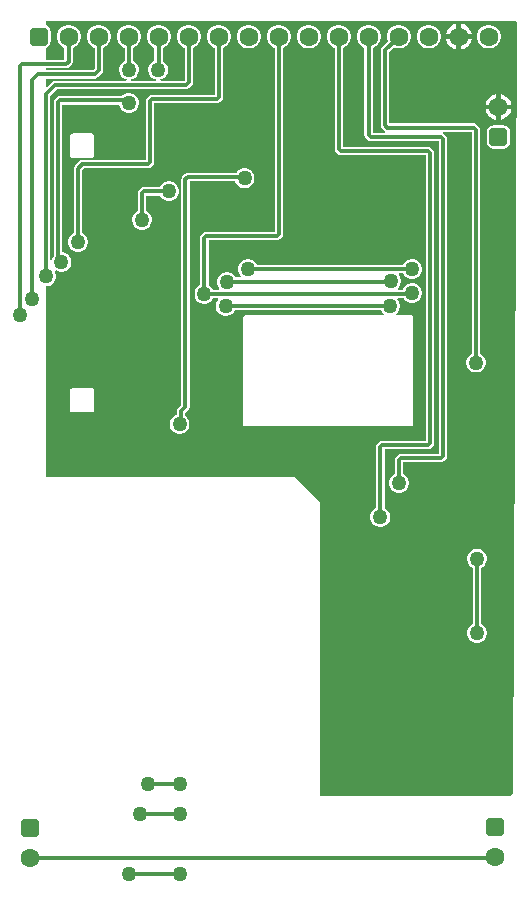
<source format=gtl>
G04*
G04 #@! TF.GenerationSoftware,Altium Limited,Altium Designer,25.2.1 (25)*
G04*
G04 Layer_Physical_Order=1*
G04 Layer_Color=255*
%FSLAX45Y45*%
%MOMM*%
G71*
G04*
G04 #@! TF.SameCoordinates,CBFBDC55-191E-4970-A60F-4FA5A60A4AEF*
G04*
G04*
G04 #@! TF.FilePolarity,Positive*
G04*
G01*
G75*
%ADD17C,0.30000*%
G04:AMPARAMS|DCode=18|XSize=1.6mm|YSize=1.6mm|CornerRadius=0.4mm|HoleSize=0mm|Usage=FLASHONLY|Rotation=90.000|XOffset=0mm|YOffset=0mm|HoleType=Round|Shape=RoundedRectangle|*
%AMROUNDEDRECTD18*
21,1,1.60000,0.80000,0,0,90.0*
21,1,0.80000,1.60000,0,0,90.0*
1,1,0.80000,0.40000,0.40000*
1,1,0.80000,0.40000,-0.40000*
1,1,0.80000,-0.40000,-0.40000*
1,1,0.80000,-0.40000,0.40000*
%
%ADD18ROUNDEDRECTD18*%
%ADD19C,1.60000*%
G04:AMPARAMS|DCode=20|XSize=1.6mm|YSize=1.6mm|CornerRadius=0.4mm|HoleSize=0mm|Usage=FLASHONLY|Rotation=0.000|XOffset=0mm|YOffset=0mm|HoleType=Round|Shape=RoundedRectangle|*
%AMROUNDEDRECTD20*
21,1,1.60000,0.80000,0,0,0.0*
21,1,0.80000,1.60000,0,0,0.0*
1,1,0.80000,0.40000,-0.40000*
1,1,0.80000,-0.40000,-0.40000*
1,1,0.80000,-0.40000,0.40000*
1,1,0.80000,0.40000,0.40000*
%
%ADD20ROUNDEDRECTD20*%
%ADD21C,1.27000*%
G36*
X4299945Y7600992D02*
X4260000Y1070000D01*
X4240000Y1050000D01*
X2630000D01*
Y3540000D01*
X2420000Y3750000D01*
X310000D01*
Y5366500D01*
X320993D01*
X342230Y5372190D01*
X361270Y5383183D01*
X376817Y5398730D01*
X387809Y5417770D01*
X393500Y5439007D01*
Y5460993D01*
X387809Y5482230D01*
X381258Y5493578D01*
X382061Y5494611D01*
X391200Y5501757D01*
X407770Y5492190D01*
X429007Y5486500D01*
X450993D01*
X472230Y5492190D01*
X491270Y5503183D01*
X506817Y5518730D01*
X517809Y5537770D01*
X523500Y5559007D01*
Y5580993D01*
X517809Y5602230D01*
X506817Y5621270D01*
X491270Y5636817D01*
X472230Y5647810D01*
X450993Y5653500D01*
X445686D01*
Y6904315D01*
X927757D01*
X932190Y6887770D01*
X943183Y6868730D01*
X958730Y6853183D01*
X977770Y6842190D01*
X999007Y6836500D01*
X1020993D01*
X1042230Y6842190D01*
X1061270Y6853183D01*
X1076817Y6868730D01*
X1087810Y6887770D01*
X1093500Y6909007D01*
Y6930993D01*
X1087810Y6952230D01*
X1076817Y6971270D01*
X1061270Y6986817D01*
X1042230Y6997809D01*
X1020993Y7003500D01*
X999007D01*
X977770Y6997809D01*
X958730Y6986817D01*
X947599Y6975686D01*
X427574D01*
X413917Y6972970D01*
X402340Y6965234D01*
X384766Y6947660D01*
X377031Y6936083D01*
X374314Y6922427D01*
Y5626248D01*
X374953Y5623040D01*
X373183Y5621270D01*
X362190Y5602230D01*
X358386Y5588031D01*
X345686Y5589703D01*
Y6977645D01*
X402355Y7034314D01*
X1492426D01*
X1506083Y7037031D01*
X1517660Y7044766D01*
X1543234Y7070340D01*
X1550969Y7081918D01*
X1553686Y7095574D01*
Y7386035D01*
X1556598Y7386815D01*
X1579401Y7399980D01*
X1598020Y7418599D01*
X1611185Y7441402D01*
X1618000Y7466835D01*
Y7493165D01*
X1611185Y7518598D01*
X1598020Y7541401D01*
X1579401Y7560020D01*
X1556598Y7573185D01*
X1531165Y7580000D01*
X1504835D01*
X1479402Y7573185D01*
X1456599Y7560020D01*
X1437980Y7541401D01*
X1424815Y7518598D01*
X1418000Y7493165D01*
Y7466835D01*
X1424815Y7441402D01*
X1437980Y7418599D01*
X1456599Y7399980D01*
X1479402Y7386815D01*
X1482314Y7386035D01*
Y7110355D01*
X1477645Y7105686D01*
X1279703D01*
X1278031Y7118386D01*
X1292230Y7122190D01*
X1311270Y7133183D01*
X1326817Y7148730D01*
X1337810Y7167770D01*
X1343500Y7189007D01*
Y7210993D01*
X1337810Y7232230D01*
X1326817Y7251270D01*
X1311270Y7266817D01*
X1297686Y7274660D01*
Y7385499D01*
X1302598Y7386815D01*
X1325401Y7399980D01*
X1344020Y7418599D01*
X1357185Y7441402D01*
X1364000Y7466835D01*
Y7493165D01*
X1357185Y7518598D01*
X1344020Y7541401D01*
X1325401Y7560020D01*
X1302598Y7573185D01*
X1277165Y7580000D01*
X1250835D01*
X1225402Y7573185D01*
X1202599Y7560020D01*
X1183980Y7541401D01*
X1170815Y7518598D01*
X1164000Y7493165D01*
Y7466835D01*
X1170815Y7441402D01*
X1183980Y7418599D01*
X1202599Y7399980D01*
X1225402Y7386815D01*
X1226314Y7386570D01*
Y7276969D01*
X1208730Y7266817D01*
X1193183Y7251270D01*
X1182190Y7232230D01*
X1176500Y7210993D01*
Y7189007D01*
X1182190Y7167770D01*
X1193183Y7148730D01*
X1208730Y7133183D01*
X1227770Y7122190D01*
X1241969Y7118386D01*
X1240297Y7105686D01*
X1029703D01*
X1028031Y7118386D01*
X1042230Y7122190D01*
X1061270Y7133183D01*
X1076817Y7148730D01*
X1087810Y7167770D01*
X1093500Y7189007D01*
Y7210993D01*
X1087810Y7232230D01*
X1076817Y7251270D01*
X1061270Y7266817D01*
X1045686Y7275815D01*
Y7386035D01*
X1048598Y7386815D01*
X1071401Y7399980D01*
X1090020Y7418599D01*
X1103185Y7441402D01*
X1110000Y7466835D01*
Y7493165D01*
X1103185Y7518598D01*
X1090020Y7541401D01*
X1071401Y7560020D01*
X1048598Y7573185D01*
X1023165Y7580000D01*
X996835D01*
X971402Y7573185D01*
X948599Y7560020D01*
X929980Y7541401D01*
X916815Y7518598D01*
X910000Y7493165D01*
Y7466835D01*
X916815Y7441402D01*
X929980Y7418599D01*
X948599Y7399980D01*
X971402Y7386815D01*
X974314Y7386035D01*
Y7275815D01*
X958730Y7266817D01*
X943183Y7251270D01*
X932190Y7232230D01*
X926500Y7210993D01*
Y7189007D01*
X932190Y7167770D01*
X943183Y7148730D01*
X958730Y7133183D01*
X977770Y7122190D01*
X991969Y7118386D01*
X990297Y7105686D01*
X387574D01*
X373917Y7102969D01*
X362340Y7095234D01*
X321733Y7054627D01*
X310000Y7059487D01*
Y7124314D01*
X722426D01*
X736083Y7127031D01*
X747660Y7134766D01*
X781234Y7168340D01*
X788969Y7179917D01*
X791686Y7193574D01*
Y7386035D01*
X794598Y7386815D01*
X817401Y7399980D01*
X836020Y7418599D01*
X849185Y7441402D01*
X856000Y7466835D01*
Y7493165D01*
X849185Y7518598D01*
X836020Y7541401D01*
X817401Y7560020D01*
X794598Y7573185D01*
X769165Y7580000D01*
X742835D01*
X717402Y7573185D01*
X694599Y7560020D01*
X675980Y7541401D01*
X662815Y7518598D01*
X656000Y7493165D01*
Y7466835D01*
X662815Y7441402D01*
X675980Y7418599D01*
X694599Y7399980D01*
X717402Y7386815D01*
X720314Y7386035D01*
Y7208355D01*
X707645Y7195686D01*
X310000D01*
Y7214314D01*
X482426D01*
X496083Y7217031D01*
X507660Y7224766D01*
X525234Y7242340D01*
X532969Y7253917D01*
X535686Y7267574D01*
Y7385499D01*
X540598Y7386815D01*
X563401Y7399980D01*
X582020Y7418599D01*
X595185Y7441402D01*
X602000Y7466835D01*
Y7493165D01*
X595185Y7518598D01*
X582020Y7541401D01*
X563401Y7560020D01*
X540598Y7573185D01*
X515165Y7580000D01*
X488835D01*
X463402Y7573185D01*
X440599Y7560020D01*
X421980Y7541401D01*
X408815Y7518598D01*
X402000Y7493165D01*
Y7466835D01*
X408815Y7441402D01*
X421980Y7418599D01*
X440599Y7399980D01*
X463402Y7386815D01*
X464314Y7386570D01*
Y7285686D01*
X310000D01*
Y7383201D01*
X311411Y7383481D01*
X331257Y7396743D01*
X344519Y7416589D01*
X349175Y7440000D01*
Y7520000D01*
X344519Y7543411D01*
X331257Y7563257D01*
X311411Y7576519D01*
X310000Y7576799D01*
Y7610000D01*
X4290993D01*
X4299945Y7600992D01*
D02*
G37*
%LPC*%
G36*
X3824000Y7588521D02*
Y7500000D01*
X3912521D01*
X3906503Y7522458D01*
X3892022Y7547541D01*
X3871541Y7568022D01*
X3846458Y7582504D01*
X3824000Y7588521D01*
D02*
G37*
G36*
X3784000D02*
X3761542Y7582504D01*
X3736459Y7568022D01*
X3715978Y7547541D01*
X3701497Y7522458D01*
X3695479Y7500000D01*
X3784000D01*
Y7588521D01*
D02*
G37*
G36*
X4071165Y7580000D02*
X4044835D01*
X4019402Y7573185D01*
X3996599Y7560020D01*
X3977980Y7541401D01*
X3964815Y7518598D01*
X3958000Y7493165D01*
Y7466835D01*
X3964815Y7441402D01*
X3977980Y7418599D01*
X3996599Y7399980D01*
X4019402Y7386815D01*
X4044835Y7380000D01*
X4071165D01*
X4096598Y7386815D01*
X4119401Y7399980D01*
X4138020Y7418599D01*
X4151185Y7441402D01*
X4158000Y7466835D01*
Y7493165D01*
X4151185Y7518598D01*
X4138020Y7541401D01*
X4119401Y7560020D01*
X4096598Y7573185D01*
X4071165Y7580000D01*
D02*
G37*
G36*
X3563165D02*
X3536835D01*
X3511402Y7573185D01*
X3488599Y7560020D01*
X3469980Y7541401D01*
X3456815Y7518598D01*
X3450000Y7493165D01*
Y7466835D01*
X3456815Y7441402D01*
X3469980Y7418599D01*
X3488599Y7399980D01*
X3511402Y7386815D01*
X3536835Y7380000D01*
X3563165D01*
X3588598Y7386815D01*
X3611401Y7399980D01*
X3630020Y7418599D01*
X3643185Y7441402D01*
X3650000Y7466835D01*
Y7493165D01*
X3643185Y7518598D01*
X3630020Y7541401D01*
X3611401Y7560020D01*
X3588598Y7573185D01*
X3563165Y7580000D01*
D02*
G37*
G36*
X2547165D02*
X2520835D01*
X2495402Y7573185D01*
X2472599Y7560020D01*
X2453980Y7541401D01*
X2440815Y7518598D01*
X2434000Y7493165D01*
Y7466835D01*
X2440815Y7441402D01*
X2453980Y7418599D01*
X2472599Y7399980D01*
X2495402Y7386815D01*
X2520835Y7380000D01*
X2547165D01*
X2572598Y7386815D01*
X2595401Y7399980D01*
X2614020Y7418599D01*
X2627185Y7441402D01*
X2634000Y7466835D01*
Y7493165D01*
X2627185Y7518598D01*
X2614020Y7541401D01*
X2595401Y7560020D01*
X2572598Y7573185D01*
X2547165Y7580000D01*
D02*
G37*
G36*
X2039165D02*
X2012835D01*
X1987402Y7573185D01*
X1964599Y7560020D01*
X1945980Y7541401D01*
X1932815Y7518598D01*
X1926000Y7493165D01*
Y7466835D01*
X1932815Y7441402D01*
X1945980Y7418599D01*
X1964599Y7399980D01*
X1987402Y7386815D01*
X2012835Y7380000D01*
X2039165D01*
X2064598Y7386815D01*
X2087401Y7399980D01*
X2106020Y7418599D01*
X2119185Y7441402D01*
X2126000Y7466835D01*
Y7493165D01*
X2119185Y7518598D01*
X2106020Y7541401D01*
X2087401Y7560020D01*
X2064598Y7573185D01*
X2039165Y7580000D01*
D02*
G37*
G36*
X3912521Y7460000D02*
X3824000D01*
Y7371479D01*
X3846458Y7377497D01*
X3871541Y7391978D01*
X3892022Y7412459D01*
X3906503Y7437542D01*
X3912521Y7460000D01*
D02*
G37*
G36*
X3784000D02*
X3695479D01*
X3701497Y7437542D01*
X3715978Y7412459D01*
X3736459Y7391978D01*
X3761542Y7377497D01*
X3784000Y7371479D01*
Y7460000D01*
D02*
G37*
G36*
X4160000Y6992521D02*
Y6904001D01*
X4248521D01*
X4242504Y6926458D01*
X4228022Y6951541D01*
X4207541Y6972022D01*
X4182458Y6986503D01*
X4160000Y6992521D01*
D02*
G37*
G36*
X4120000Y6992521D02*
X4097542Y6986503D01*
X4072459Y6972022D01*
X4051978Y6951541D01*
X4037497Y6926458D01*
X4031479Y6904001D01*
X4120000D01*
Y6992521D01*
D02*
G37*
G36*
Y6864002D02*
X4031479D01*
X4037497Y6841542D01*
X4051978Y6816459D01*
X4072459Y6795978D01*
X4097542Y6781496D01*
X4120000Y6775479D01*
Y6864002D01*
D02*
G37*
G36*
X4248522D02*
X4160000D01*
Y6775479D01*
X4182458Y6781496D01*
X4207541Y6795978D01*
X4228022Y6816459D01*
X4242504Y6841542D01*
X4248522Y6864002D01*
D02*
G37*
G36*
X3309165Y7580000D02*
X3282835D01*
X3257402Y7573185D01*
X3234599Y7560020D01*
X3215980Y7541401D01*
X3202815Y7518598D01*
X3196000Y7493165D01*
Y7466835D01*
X3202815Y7441402D01*
X3204323Y7438790D01*
X3154766Y7389234D01*
X3147031Y7377656D01*
X3144314Y7364000D01*
Y6727574D01*
X3147031Y6713917D01*
X3154766Y6702340D01*
X3172340Y6684766D01*
X3181889Y6678386D01*
X3181124Y6669377D01*
X3179777Y6665686D01*
X3075686D01*
Y7385499D01*
X3080598Y7386815D01*
X3103401Y7399980D01*
X3122020Y7418599D01*
X3135185Y7441402D01*
X3142000Y7466835D01*
Y7493165D01*
X3135185Y7518598D01*
X3122020Y7541401D01*
X3103401Y7560020D01*
X3080598Y7573185D01*
X3055165Y7580000D01*
X3028835D01*
X3003402Y7573185D01*
X2980599Y7560020D01*
X2961980Y7541401D01*
X2948815Y7518598D01*
X2942000Y7493165D01*
Y7466835D01*
X2948815Y7441402D01*
X2961980Y7418599D01*
X2980599Y7399980D01*
X3003402Y7386815D01*
X3004314Y7386570D01*
Y6647574D01*
X3007031Y6633917D01*
X3014766Y6622340D01*
X3032340Y6604766D01*
X3043917Y6597031D01*
X3057574Y6594314D01*
X3634314D01*
Y3945686D01*
X3317574D01*
X3303917Y3942969D01*
X3292340Y3935234D01*
X3274766Y3917660D01*
X3267031Y3906083D01*
X3264314Y3892426D01*
Y3775814D01*
X3248730Y3766817D01*
X3233183Y3751270D01*
X3222190Y3732230D01*
X3216500Y3710993D01*
Y3689007D01*
X3222190Y3667770D01*
X3233183Y3648730D01*
X3248730Y3633183D01*
X3267770Y3622190D01*
X3289007Y3616500D01*
X3310993D01*
X3332230Y3622190D01*
X3351270Y3633183D01*
X3366817Y3648730D01*
X3377810Y3667770D01*
X3383500Y3689007D01*
Y3710993D01*
X3377810Y3732230D01*
X3366817Y3751270D01*
X3351270Y3766817D01*
X3335686Y3775814D01*
Y3874314D01*
X3652426D01*
X3666083Y3877031D01*
X3677660Y3884766D01*
X3695234Y3902340D01*
X3702969Y3913917D01*
X3705686Y3927574D01*
Y6612426D01*
X3702969Y6626083D01*
X3695234Y6637660D01*
X3677660Y6655234D01*
X3668111Y6661614D01*
X3668876Y6670623D01*
X3670223Y6674314D01*
X3914314D01*
Y4795814D01*
X3898730Y4786817D01*
X3883183Y4771270D01*
X3872190Y4752230D01*
X3866500Y4730993D01*
Y4709007D01*
X3872190Y4687770D01*
X3883183Y4668730D01*
X3898730Y4653183D01*
X3917770Y4642190D01*
X3939007Y4636500D01*
X3960993D01*
X3982230Y4642190D01*
X4001270Y4653183D01*
X4016817Y4668730D01*
X4027810Y4687770D01*
X4033500Y4709007D01*
Y4730993D01*
X4027810Y4752230D01*
X4016817Y4771270D01*
X4001270Y4786817D01*
X3985686Y4795814D01*
Y6692426D01*
X3982969Y6706083D01*
X3975234Y6717660D01*
X3957660Y6735234D01*
X3946083Y6742969D01*
X3932426Y6745686D01*
X3215686D01*
Y7349218D01*
X3254790Y7388323D01*
X3257402Y7386815D01*
X3282835Y7380000D01*
X3309165D01*
X3334598Y7386815D01*
X3357401Y7399980D01*
X3376020Y7418599D01*
X3389185Y7441402D01*
X3396000Y7466835D01*
Y7493165D01*
X3389185Y7518598D01*
X3376020Y7541401D01*
X3357401Y7560020D01*
X3334598Y7573185D01*
X3309165Y7580000D01*
D02*
G37*
G36*
X4180000Y6731175D02*
X4100000D01*
X4076589Y6726519D01*
X4056743Y6713257D01*
X4043481Y6693411D01*
X4038825Y6670000D01*
Y6590000D01*
X4043481Y6566589D01*
X4056743Y6546743D01*
X4076589Y6533481D01*
X4100000Y6528825D01*
X4180000D01*
X4203411Y6533481D01*
X4223257Y6546743D01*
X4236519Y6566589D01*
X4241175Y6590000D01*
Y6670000D01*
X4236519Y6693411D01*
X4223257Y6713257D01*
X4203411Y6726519D01*
X4180000Y6731175D01*
D02*
G37*
G36*
X695000Y6660383D02*
X535000D01*
X527197Y6658831D01*
X520581Y6654411D01*
X516161Y6647795D01*
X514608Y6639992D01*
Y6474992D01*
X516161Y6467188D01*
X520581Y6460572D01*
X527197Y6456152D01*
X535000Y6454600D01*
X695000D01*
X702804Y6456152D01*
X709419Y6460572D01*
X713840Y6467188D01*
X715392Y6474992D01*
Y6639992D01*
X713840Y6647795D01*
X709419Y6654411D01*
X702804Y6658831D01*
X695000Y6660383D01*
D02*
G37*
G36*
X2000993Y6363500D02*
X1979007D01*
X1957770Y6357809D01*
X1938730Y6346817D01*
X1923183Y6331270D01*
X1919959Y6325686D01*
X1507574D01*
X1493918Y6322969D01*
X1482340Y6315234D01*
X1464766Y6297660D01*
X1457031Y6286083D01*
X1454314Y6272426D01*
Y4359032D01*
X1429016Y4333734D01*
X1421280Y4322156D01*
X1418564Y4308500D01*
Y4280702D01*
X1407770Y4277810D01*
X1388730Y4266817D01*
X1373183Y4251270D01*
X1362190Y4232230D01*
X1356500Y4210993D01*
Y4189007D01*
X1362190Y4167770D01*
X1373183Y4148730D01*
X1388730Y4133183D01*
X1407770Y4122190D01*
X1429007Y4116500D01*
X1450993D01*
X1472230Y4122190D01*
X1491270Y4133183D01*
X1506817Y4148730D01*
X1517810Y4167770D01*
X1523500Y4189007D01*
Y4210993D01*
X1517810Y4232230D01*
X1506817Y4251270D01*
X1491270Y4266817D01*
X1489935Y4267587D01*
Y4293718D01*
X1515234Y4319017D01*
X1522969Y4330594D01*
X1525686Y4344250D01*
Y6254314D01*
X1910437D01*
X1912190Y6247770D01*
X1923183Y6228730D01*
X1938730Y6213183D01*
X1957770Y6202190D01*
X1979007Y6196500D01*
X2000993D01*
X2022230Y6202190D01*
X2041270Y6213183D01*
X2056817Y6228730D01*
X2067810Y6247770D01*
X2073500Y6269007D01*
Y6290993D01*
X2067810Y6312230D01*
X2056817Y6331270D01*
X2041270Y6346817D01*
X2022230Y6357809D01*
X2000993Y6363500D01*
D02*
G37*
G36*
X1360993Y6253500D02*
X1339007D01*
X1317770Y6247810D01*
X1298730Y6236817D01*
X1283183Y6221270D01*
X1274186Y6205686D01*
X1137574D01*
X1123917Y6202969D01*
X1112340Y6195234D01*
X1094766Y6177660D01*
X1087031Y6166083D01*
X1084314Y6152426D01*
Y6005815D01*
X1068730Y5996817D01*
X1053183Y5981270D01*
X1042190Y5962230D01*
X1036500Y5940993D01*
Y5919007D01*
X1042190Y5897770D01*
X1053183Y5878730D01*
X1068730Y5863183D01*
X1087770Y5852190D01*
X1109007Y5846500D01*
X1130993D01*
X1152230Y5852190D01*
X1171270Y5863183D01*
X1186817Y5878730D01*
X1197810Y5897770D01*
X1203500Y5919007D01*
Y5940993D01*
X1197810Y5962230D01*
X1186817Y5981270D01*
X1171270Y5996817D01*
X1155686Y6005815D01*
Y6134314D01*
X1274186D01*
X1283183Y6118730D01*
X1298730Y6103183D01*
X1317770Y6092191D01*
X1339007Y6086500D01*
X1360993D01*
X1382230Y6092191D01*
X1401270Y6103183D01*
X1416817Y6118730D01*
X1427810Y6137770D01*
X1433500Y6159007D01*
Y6180993D01*
X1427810Y6202230D01*
X1416817Y6221270D01*
X1401270Y6236817D01*
X1382230Y6247810D01*
X1360993Y6253500D01*
D02*
G37*
G36*
X1785165Y7580000D02*
X1758835D01*
X1733402Y7573185D01*
X1710599Y7560020D01*
X1691980Y7541401D01*
X1678815Y7518598D01*
X1672000Y7493165D01*
Y7466835D01*
X1678815Y7441402D01*
X1691980Y7418599D01*
X1710599Y7399980D01*
X1733402Y7386815D01*
X1736314Y7386035D01*
Y6985686D01*
X1207574D01*
X1193917Y6982969D01*
X1182340Y6975234D01*
X1164766Y6957660D01*
X1157031Y6946083D01*
X1154314Y6932426D01*
Y6435686D01*
X617574D01*
X603917Y6432969D01*
X592340Y6425234D01*
X554766Y6387660D01*
X547031Y6376083D01*
X544314Y6362426D01*
Y5815814D01*
X528730Y5806817D01*
X513183Y5791270D01*
X502191Y5772230D01*
X496500Y5750993D01*
Y5729007D01*
X502191Y5707770D01*
X513183Y5688730D01*
X528730Y5673183D01*
X547770Y5662190D01*
X569007Y5656500D01*
X590993D01*
X612230Y5662190D01*
X631270Y5673183D01*
X646817Y5688730D01*
X657810Y5707770D01*
X663500Y5729007D01*
Y5750993D01*
X657810Y5772230D01*
X646817Y5791270D01*
X631270Y5806817D01*
X615686Y5815814D01*
Y6347645D01*
X632355Y6364314D01*
X1172426D01*
X1186082Y6367031D01*
X1197660Y6374766D01*
X1215234Y6392340D01*
X1222969Y6403917D01*
X1225686Y6417574D01*
Y6914314D01*
X1754426D01*
X1768083Y6917031D01*
X1779660Y6924766D01*
X1797234Y6942340D01*
X1804969Y6953918D01*
X1807686Y6967574D01*
Y7386035D01*
X1810598Y7386815D01*
X1833401Y7399980D01*
X1852020Y7418599D01*
X1865185Y7441402D01*
X1872000Y7466835D01*
Y7493165D01*
X1865185Y7518598D01*
X1852020Y7541401D01*
X1833401Y7560020D01*
X1810598Y7573185D01*
X1785165Y7580000D01*
D02*
G37*
G36*
X2293165D02*
X2266835D01*
X2241402Y7573185D01*
X2218599Y7560020D01*
X2199980Y7541401D01*
X2186815Y7518598D01*
X2180000Y7493165D01*
Y7466835D01*
X2186815Y7441402D01*
X2199980Y7418599D01*
X2218599Y7399980D01*
X2241402Y7386815D01*
X2244314Y7386035D01*
Y5825686D01*
X1667574D01*
X1653917Y5822969D01*
X1642340Y5815234D01*
X1624766Y5797660D01*
X1617031Y5786083D01*
X1614314Y5772426D01*
Y5375814D01*
X1598730Y5366817D01*
X1583183Y5351270D01*
X1572190Y5332230D01*
X1566500Y5310993D01*
Y5289007D01*
X1572190Y5267770D01*
X1583183Y5248730D01*
X1598730Y5233183D01*
X1617770Y5222190D01*
X1639007Y5216500D01*
X1660993D01*
X1682230Y5222190D01*
X1701270Y5233183D01*
X1716817Y5248730D01*
X1726680Y5265814D01*
X1761134D01*
X1765994Y5254081D01*
X1763183Y5251270D01*
X1752190Y5232230D01*
X1746500Y5210993D01*
Y5189007D01*
X1752190Y5167770D01*
X1763183Y5148730D01*
X1778730Y5133183D01*
X1797770Y5122190D01*
X1819007Y5116500D01*
X1840993D01*
X1862230Y5122190D01*
X1881270Y5133183D01*
X1896817Y5148730D01*
X1905814Y5164314D01*
X3144185D01*
X3153183Y5148730D01*
X3168730Y5133183D01*
X3168888Y5133092D01*
X3165485Y5120392D01*
X2000000D01*
X1992196Y5118840D01*
X1985580Y5114419D01*
X1981160Y5107804D01*
X1979608Y5100000D01*
Y4200000D01*
X1981160Y4192196D01*
X1985580Y4185581D01*
X1992196Y4181160D01*
X2000000Y4179608D01*
X3400000D01*
X3407804Y4181160D01*
X3414419Y4185581D01*
X3418840Y4192196D01*
X3420392Y4200000D01*
Y5100000D01*
X3418840Y5107804D01*
X3414419Y5114419D01*
X3407804Y5118840D01*
X3400000Y5120392D01*
X3274515D01*
X3271112Y5133092D01*
X3271270Y5133183D01*
X3286817Y5148730D01*
X3297810Y5167770D01*
X3303500Y5189007D01*
Y5210993D01*
X3297810Y5232230D01*
X3286817Y5251270D01*
X3284006Y5254081D01*
X3288866Y5265814D01*
X3339093D01*
X3343183Y5258730D01*
X3358730Y5243183D01*
X3377770Y5232190D01*
X3399007Y5226500D01*
X3420993D01*
X3442230Y5232190D01*
X3461270Y5243183D01*
X3476817Y5258730D01*
X3487810Y5277770D01*
X3493500Y5299007D01*
Y5320993D01*
X3487810Y5342230D01*
X3476817Y5361270D01*
X3461270Y5376817D01*
X3442230Y5387810D01*
X3420993Y5393500D01*
X3399007D01*
X3377770Y5387810D01*
X3358730Y5376817D01*
X3343183Y5361270D01*
X3332190Y5342230D01*
X3330839Y5337186D01*
X3293233D01*
X3287973Y5349886D01*
X3296817Y5358730D01*
X3307809Y5377770D01*
X3313500Y5399007D01*
Y5420993D01*
X3307809Y5442230D01*
X3296817Y5461270D01*
X3295506Y5462581D01*
X3300366Y5474314D01*
X3334186D01*
X3343183Y5458730D01*
X3358730Y5443183D01*
X3377770Y5432190D01*
X3399007Y5426500D01*
X3420993D01*
X3442230Y5432190D01*
X3461270Y5443183D01*
X3476817Y5458730D01*
X3487810Y5477770D01*
X3493500Y5499007D01*
Y5520993D01*
X3487810Y5542230D01*
X3476817Y5561270D01*
X3461270Y5576817D01*
X3442230Y5587809D01*
X3420993Y5593500D01*
X3399007D01*
X3377770Y5587809D01*
X3358730Y5576817D01*
X3343183Y5561270D01*
X3334186Y5545686D01*
X2095814D01*
X2086817Y5561270D01*
X2071270Y5576817D01*
X2052230Y5587809D01*
X2030993Y5593500D01*
X2009007D01*
X1987770Y5587809D01*
X1968730Y5576817D01*
X1953183Y5561270D01*
X1942190Y5542230D01*
X1936500Y5520993D01*
Y5499007D01*
X1942190Y5477770D01*
X1953183Y5458730D01*
X1958527Y5453386D01*
X1953267Y5440686D01*
X1912928D01*
X1906817Y5451270D01*
X1891270Y5466817D01*
X1872230Y5477810D01*
X1850993Y5483500D01*
X1829007D01*
X1807770Y5477810D01*
X1788730Y5466817D01*
X1773183Y5451270D01*
X1762190Y5432230D01*
X1756500Y5410993D01*
Y5389007D01*
X1762190Y5367770D01*
X1772516Y5349886D01*
X1770112Y5341315D01*
X1768401Y5337186D01*
X1724948D01*
X1716817Y5351270D01*
X1701270Y5366817D01*
X1685686Y5375814D01*
Y5754314D01*
X2262426D01*
X2276083Y5757031D01*
X2287660Y5764766D01*
X2305234Y5782340D01*
X2312969Y5793918D01*
X2315686Y5807574D01*
Y7386035D01*
X2318598Y7386815D01*
X2341401Y7399980D01*
X2360020Y7418599D01*
X2373185Y7441402D01*
X2380000Y7466835D01*
Y7493165D01*
X2373185Y7518598D01*
X2360020Y7541401D01*
X2341401Y7560020D01*
X2318598Y7573185D01*
X2293165Y7580000D01*
D02*
G37*
G36*
X695000Y4505384D02*
X535000D01*
X527197Y4503832D01*
X520581Y4499411D01*
X516161Y4492796D01*
X514609Y4484992D01*
Y4319992D01*
X516161Y4312188D01*
X520581Y4305573D01*
X527197Y4301152D01*
X535000Y4299600D01*
X695000D01*
X702804Y4301152D01*
X709420Y4305573D01*
X713840Y4312188D01*
X715392Y4319992D01*
Y4484992D01*
X713840Y4492796D01*
X709420Y4499411D01*
X702804Y4503832D01*
X695000Y4505384D01*
D02*
G37*
G36*
X2801165Y7580000D02*
X2774835D01*
X2749402Y7573185D01*
X2726599Y7560020D01*
X2707980Y7541401D01*
X2694815Y7518598D01*
X2688000Y7493165D01*
Y7466835D01*
X2694815Y7441402D01*
X2707980Y7418599D01*
X2726599Y7399980D01*
X2749402Y7386815D01*
X2754314Y7385499D01*
Y6527574D01*
X2757031Y6513917D01*
X2764766Y6502340D01*
X2782340Y6484766D01*
X2793917Y6477031D01*
X2807574Y6474314D01*
X3524314D01*
Y4055686D01*
X3157574D01*
X3143918Y4052969D01*
X3132340Y4045234D01*
X3114766Y4027660D01*
X3107031Y4016083D01*
X3104314Y4002426D01*
Y3485814D01*
X3088730Y3476817D01*
X3073183Y3461270D01*
X3062190Y3442230D01*
X3056500Y3420993D01*
Y3399007D01*
X3062190Y3377770D01*
X3073183Y3358730D01*
X3088730Y3343183D01*
X3107770Y3332190D01*
X3129007Y3326500D01*
X3150993D01*
X3172230Y3332190D01*
X3191270Y3343183D01*
X3206817Y3358730D01*
X3217810Y3377770D01*
X3223500Y3399007D01*
Y3420993D01*
X3217810Y3442230D01*
X3206817Y3461270D01*
X3191270Y3476817D01*
X3175686Y3485814D01*
Y3984314D01*
X3542426D01*
X3556083Y3987031D01*
X3567660Y3994766D01*
X3585234Y4012340D01*
X3592969Y4023918D01*
X3595686Y4037574D01*
Y6492426D01*
X3592969Y6506082D01*
X3585234Y6517660D01*
X3567660Y6535234D01*
X3556083Y6542969D01*
X3542426Y6545686D01*
X2825686D01*
Y7386570D01*
X2826598Y7386815D01*
X2849401Y7399980D01*
X2868020Y7418599D01*
X2881185Y7441402D01*
X2888000Y7466835D01*
Y7493165D01*
X2881185Y7518598D01*
X2868020Y7541401D01*
X2849401Y7560020D01*
X2826598Y7573185D01*
X2801165Y7580000D01*
D02*
G37*
G36*
X3970993Y3143500D02*
X3949007D01*
X3927770Y3137810D01*
X3908730Y3126817D01*
X3893183Y3111270D01*
X3882190Y3092230D01*
X3876500Y3070993D01*
Y3049007D01*
X3882190Y3027770D01*
X3893183Y3008730D01*
X3908730Y2993183D01*
X3924314Y2984186D01*
Y2505814D01*
X3908730Y2496817D01*
X3893183Y2481270D01*
X3882190Y2462230D01*
X3876500Y2440993D01*
Y2419007D01*
X3882190Y2397770D01*
X3893183Y2378730D01*
X3908730Y2363183D01*
X3927770Y2352190D01*
X3949007Y2346500D01*
X3970993D01*
X3992230Y2352190D01*
X4011270Y2363183D01*
X4026817Y2378730D01*
X4037810Y2397770D01*
X4043500Y2419007D01*
Y2440993D01*
X4037810Y2462230D01*
X4026817Y2481270D01*
X4011270Y2496817D01*
X3995686Y2505814D01*
Y2984186D01*
X4011270Y2993183D01*
X4026817Y3008730D01*
X4037810Y3027770D01*
X4043500Y3049007D01*
Y3070993D01*
X4037810Y3092230D01*
X4026817Y3111270D01*
X4011270Y3126817D01*
X3992230Y3137810D01*
X3970993Y3143500D01*
D02*
G37*
%LPD*%
D17*
X3180000Y6727574D02*
X3197574Y6710000D01*
X3180000Y6727574D02*
Y7364000D01*
X3296000Y7480000D01*
X3197574Y6710000D02*
X3932426D01*
X440000Y5570000D02*
Y5596248D01*
X410000Y6922427D02*
X427574Y6940000D01*
X963751D02*
X983752Y6920000D01*
X410000Y5626248D02*
X440000Y5596248D01*
X410000Y5626248D02*
Y6922427D01*
X427574Y6940000D02*
X963751D01*
X983752Y6920000D02*
X1010000D01*
X617574Y6400000D02*
X1172426D01*
X580000Y6362426D02*
X617574Y6400000D01*
X1190000Y6417574D02*
Y6932426D01*
X1172426Y6400000D02*
X1190000Y6417574D01*
X580000Y5740000D02*
Y6362426D01*
X310000Y5450000D02*
Y6992426D01*
X387574Y7070000D01*
X190000Y7110000D02*
X240000Y7160000D01*
X190000Y5260000D02*
Y7110000D01*
X90000Y5120000D02*
Y7232426D01*
X107574Y7250000D01*
X1490000Y6272426D02*
X1507574Y6290000D01*
X1454250Y4308500D02*
X1490000Y4344250D01*
X1507574Y6290000D02*
X1980000D01*
X1490000Y4344250D02*
Y6272426D01*
X1454250Y4214250D02*
Y4308500D01*
X1440000Y4200000D02*
X1454250Y4214250D01*
X3960000Y2430000D02*
Y3060000D01*
X1980000Y6290000D02*
X1990000Y6280000D01*
X3408500Y5301500D02*
X3410000Y5300000D01*
X1650000Y5772426D02*
X1667574Y5790000D01*
X2262426D01*
X1845000Y5405000D02*
X3225000D01*
X1650000Y5300000D02*
Y5772426D01*
X1830000Y5200000D02*
X3220000D01*
X1650000Y5300000D02*
X1651500Y5301500D01*
X2020000Y5510000D02*
X3410000D01*
X1651500Y5301500D02*
X3408500D01*
X1840000Y5400000D02*
X1845000Y5405000D01*
X3225000D02*
X3230000Y5410000D01*
X3560000Y4037574D02*
Y6492426D01*
X3542426Y6510000D02*
X3560000Y6492426D01*
X3542426Y4020000D02*
X3560000Y4037574D01*
X3652426Y6630000D02*
X3670000Y6612426D01*
X3652426Y3910000D02*
X3670000Y3927574D01*
Y6612426D01*
X2807574Y6510000D02*
X3542426D01*
X3157574Y4020000D02*
X3542426D01*
X3057574Y6630000D02*
X3652426D01*
X3317574Y3910000D02*
X3652426D01*
X2262426Y5790000D02*
X2280000Y5807574D01*
Y7470000D01*
X1350000Y6170000D02*
X1360000D01*
X1137574D02*
X1350000D01*
X1120000Y5930000D02*
Y6152426D01*
X1137574Y6170000D01*
X1260000Y7480000D02*
X1262000Y7478000D01*
Y7202000D02*
Y7478000D01*
X1260000Y7200000D02*
X1262000Y7202000D01*
X1207574Y6950000D02*
X1754426D01*
X1772000Y6967574D02*
Y7480000D01*
X1754426Y6950000D02*
X1772000Y6967574D01*
X1190000Y6932426D02*
X1207574Y6950000D01*
X1010000Y7200000D02*
Y7480000D01*
X1518000Y7468000D02*
X1520000Y7470000D01*
X1492426Y7070000D02*
X1518000Y7095574D01*
X387574Y7070000D02*
X1492426D01*
X1518000Y7095574D02*
Y7468000D01*
X756000Y7466000D02*
X760000Y7470000D01*
X756000Y7193574D02*
Y7466000D01*
X240000Y7160000D02*
X722426D01*
X756000Y7193574D01*
X500000Y7267574D02*
Y7470000D01*
X482426Y7250000D02*
X500000Y7267574D01*
X107574Y7250000D02*
X482426D01*
X3040000Y6647574D02*
Y7480000D01*
Y6647574D02*
X3057574Y6630000D01*
X2790000Y6527574D02*
Y7470000D01*
Y6527574D02*
X2807574Y6510000D01*
X3140000Y4002426D02*
X3157574Y4020000D01*
X3140000Y3410000D02*
Y4002426D01*
X3300000Y3700000D02*
Y3892426D01*
X3317574Y3910000D01*
X3932426Y6710000D02*
X3950000Y6692426D01*
Y4720000D02*
Y6692426D01*
X1170000Y1150000D02*
X1440000D01*
X1010000Y390000D02*
X1440000D01*
X1108500Y900000D02*
X1440000D01*
X4102000Y528000D02*
X4110000Y520000D01*
X175000Y528000D02*
X4102000D01*
X170000Y523000D02*
X175000Y528000D01*
D18*
X4140000Y6630000D02*
D03*
X170000Y777000D02*
D03*
X4110000Y787000D02*
D03*
D19*
X4140000Y6884000D02*
D03*
X170000Y523000D02*
D03*
X4110000Y533000D02*
D03*
X3550000Y7480000D02*
D03*
X3296000D02*
D03*
X2280000D02*
D03*
X1518000D02*
D03*
X1010000D02*
D03*
X502000D02*
D03*
X756000D02*
D03*
X1264000D02*
D03*
X1772000D02*
D03*
X2026000D02*
D03*
X2534000D02*
D03*
X2788000D02*
D03*
X3042000D02*
D03*
X3804000D02*
D03*
X4058000D02*
D03*
D20*
X248000D02*
D03*
D21*
X580000Y5740000D02*
D03*
X440000Y5570000D02*
D03*
X310000Y5450000D02*
D03*
X190000Y5260000D02*
D03*
X90000Y5120000D02*
D03*
X1440000Y4200000D02*
D03*
X3960000Y2430000D02*
D03*
Y3060000D02*
D03*
X1990000Y6280000D02*
D03*
X1650000Y5300000D02*
D03*
X2020000Y5510000D02*
D03*
X1830000Y5200000D02*
D03*
X1840000Y5400000D02*
D03*
X3410000Y5510000D02*
D03*
Y5310000D02*
D03*
X3220000Y5200000D02*
D03*
X3230000Y5410000D02*
D03*
X1350000Y6170000D02*
D03*
X1120000Y5930000D02*
D03*
X1260000Y7200000D02*
D03*
X1010000Y6920000D02*
D03*
Y7200000D02*
D03*
X3140000Y3410000D02*
D03*
X3300000Y3700000D02*
D03*
X3950000Y4720000D02*
D03*
X1440000Y1150000D02*
D03*
X1170000D02*
D03*
X1108500Y900000D02*
D03*
X1010000Y390000D02*
D03*
X1440000D02*
D03*
Y900000D02*
D03*
X850000Y4390000D02*
D03*
X4110000Y1140000D02*
D03*
M02*

</source>
